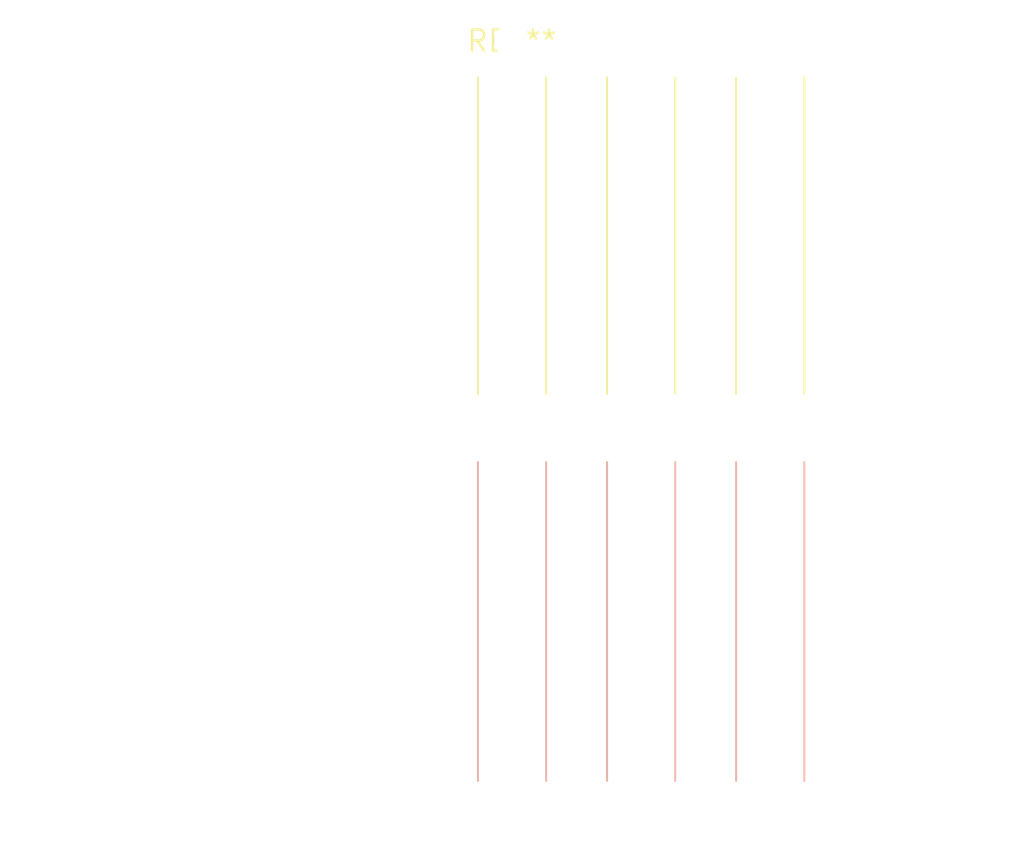
<source format=kicad_pcb>
(kicad_pcb (version 20240108) (generator pcbnew)
  (layers (0 "F.Cu" signal) (31 "B.Cu" signal) (34 "B.Paste" user) (35 "F.Paste" user) (36 "B.SilkS" user "B.Silkscreen") (37 "F.SilkS" user "F.Silkscreen") (38 "B.Mask" user) (39 "F.Mask" user) (44 "Edge.Cuts" user))
  (net 0 "")
  (footprint "SolderWire-1.5sqmm_1x03_P7.8mm_D1.7mm_OD3.9mm_Relief2x" (layer "F.Cu") (at 0 0)
    (property "Reference" "REF**")
    (property "Value" "SolderWire-1.5sqmm_1x03_P7.8mm_D1.7mm_OD3.9mm_Relief2x")
    (fp_line (start -2.06 25.46) (end -2.06 44.74) (layer "B.SilkS") (stroke (width 0.12)))
    (fp_line (start 2.06 25.46) (end 2.06 44.74) (layer "B.SilkS") (stroke (width 0.12)))
    (fp_line (start 5.74 25.46) (end 5.74 44.74) (layer "B.SilkS") (stroke (width 0.12)))
    (fp_line (start 9.86 25.46) (end 9.86 44.74) (layer "B.SilkS") (stroke (width 0.12)))
    (fp_line (start 13.54 25.46) (end 13.54 44.74) (layer "B.SilkS") (stroke (width 0.12)))
    (fp_line (start 17.66 25.46) (end 17.66 44.74) (layer "B.SilkS") (stroke (width 0.12)))
    (fp_line (start -2.06 2.21) (end -2.06 21.34) (layer "F.SilkS") (stroke (width 0.12)))
    (fp_line (start 2.06 2.21) (end 2.06 21.34) (layer "F.SilkS") (stroke (width 0.12)))
    (fp_line (start 5.74 2.21) (end 5.74 21.34) (layer "F.SilkS") (stroke (width 0.12)))
    (fp_line (start 9.86 2.21) (end 9.86 21.34) (layer "F.SilkS") (stroke (width 0.12)))
    (fp_line (start 13.54 2.21) (end 13.54 21.34) (layer "F.SilkS") (stroke (width 0.12)))
    (fp_line (start 17.66 2.21) (end 17.66 21.34) (layer "F.SilkS") (stroke (width 0.12)))
    (pad "" np_thru_hole circle (at 0 23.4) (size 4.4 4.4) (drill 4.4) (layers *.Cu *.Mask))
    (pad "" np_thru_hole circle (at 0 46.8) (size 4.4 4.4) (drill 4.4) (layers *.Cu *.Mask))
    (pad "" np_thru_hole circle (at 7.8 23.4) (size 4.4 4.4) (drill 4.4) (layers *.Cu *.Mask))
    (pad "" np_thru_hole circle (at 7.8 46.8) (size 4.4 4.4) (drill 4.4) (layers *.Cu *.Mask))
    (pad "" np_thru_hole circle (at 15.6 23.4) (size 4.4 4.4) (drill 4.4) (layers *.Cu *.Mask))
    (pad "" np_thru_hole circle (at 15.6 46.8) (size 4.4 4.4) (drill 4.4) (layers *.Cu *.Mask))
    (pad "1" thru_hole roundrect (at 0 0) (size 3.9 3.9) (drill 2.1) (layers *.Cu *.Mask) (remove_unused_layers) (roundrect_rratio 0.064103))
    (pad "2" thru_hole circle (at 7.8 0) (size 3.9 3.9) (drill 2.1) (layers *.Cu *.Mask) (remove_unused_layers))
    (pad "3" thru_hole circle (at 15.6 0) (size 3.9 3.9) (drill 2.1) (layers *.Cu *.Mask) (remove_unused_layers))
  )
)
</source>
